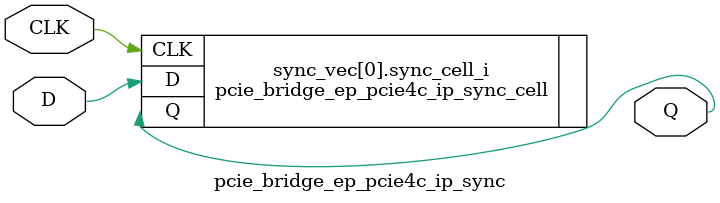
<source format=v>

`timescale 1ps / 1ps

(* DowngradeIPIdentifiedWarnings = "yes" *)
module pcie_bridge_ep_pcie4c_ip_sync #
(
    parameter integer WIDTH = 1, 
    parameter integer STAGE = 3
)
(
    //-------------------------------------------------------------------------- 
    //  Input Ports
    //-------------------------------------------------------------------------- 
    input                               CLK,
    input       [WIDTH-1:0]             D,
    
    //-------------------------------------------------------------------------- 
    //  Output Ports
    //-------------------------------------------------------------------------- 
    output      [WIDTH-1:0]             Q
);                                                        



//--------------------------------------------------------------------------------------------------
//  Generate Synchronizer - Begin
//--------------------------------------------------------------------------------------------------
genvar i;

generate for (i=0; i<WIDTH; i=i+1) 

    begin : sync_vec

    //----------------------------------------------------------------------
    //  Synchronizer
    //----------------------------------------------------------------------
    pcie_bridge_ep_pcie4c_ip_sync_cell #
    (
        .STAGE                          (STAGE)
    )    
    sync_cell_i
    (
        //------------------------------------------------------------------
        //  Input Ports
        //------------------------------------------------------------------
        .CLK                            (CLK),
        .D                              (D[i]),

        //------------------------------------------------------------------
        //  Output Ports
        //------------------------------------------------------------------
        .Q                              (Q[i])
    );
 
    end   
      
endgenerate 
//--------------------------------------------------------------------------------------------------
//  Generate - End
//--------------------------------------------------------------------------------------------------



endmodule

</source>
